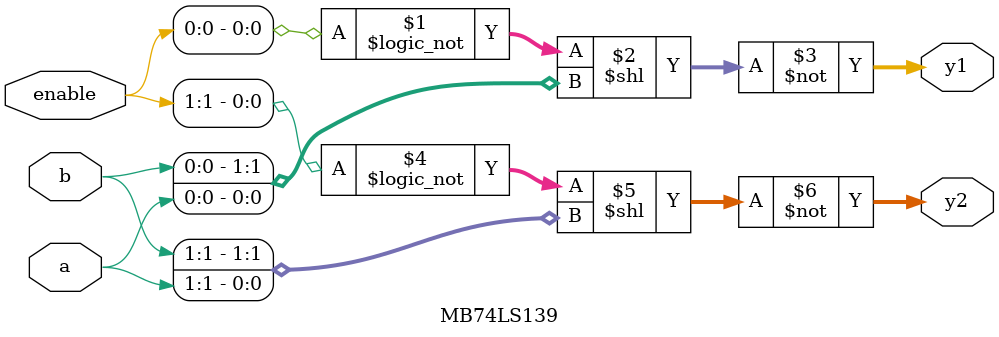
<source format=sv>
module MB74LS139(
      input[1:0]  enable, //(ACTIVE LOW) enables output
      //PINS 1,15
      input[1:0]  b,      //lsb selection bit
      //PINS 2,14
      input[1:0]  a,      //msb selection bit
      //PINS 3,13
      output[3:0] y1,     //first output unit
      //PINS 4,5,6,7
      output[3:0] y2      //second output unit
      //PINS 12,11,10,9
      );


assign  y1 = ~(!enable[0] << {b[0],a[0]});
assign  y2 = ~(!enable[1] << {b[1],a[1]});

endmodule // MB74LS139
</source>
